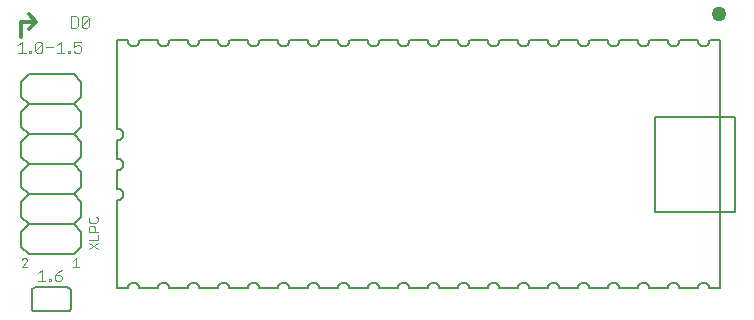
<source format=gto>
G75*
%MOIN*%
%OFA0B0*%
%FSLAX24Y24*%
%IPPOS*%
%LPD*%
%AMOC8*
5,1,8,0,0,1.08239X$1,22.5*
%
%ADD10C,0.0030*%
%ADD11C,0.0120*%
%ADD12C,0.0060*%
%ADD13C,0.0500*%
%ADD14C,0.0050*%
%ADD15C,0.0040*%
D10*
X000695Y002265D02*
X000888Y002458D01*
X000888Y002507D01*
X000840Y002555D01*
X000743Y002555D01*
X000695Y002507D01*
X000695Y002265D02*
X000888Y002265D01*
X002400Y002265D02*
X002594Y002265D01*
X002497Y002265D02*
X002497Y002555D01*
X002400Y002458D01*
X002945Y002856D02*
X003235Y003049D01*
X003235Y003150D02*
X003235Y003344D01*
X003235Y003445D02*
X002945Y003445D01*
X002945Y003590D01*
X002993Y003638D01*
X003090Y003638D01*
X003138Y003590D01*
X003138Y003445D01*
X003187Y003740D02*
X003235Y003788D01*
X003235Y003885D01*
X003187Y003933D01*
X002993Y003933D02*
X002945Y003885D01*
X002945Y003788D01*
X002993Y003740D01*
X003187Y003740D01*
X003235Y003150D02*
X002945Y003150D01*
X002945Y003049D02*
X003235Y002856D01*
X002617Y009402D02*
X002493Y009402D01*
X002432Y009464D01*
X002309Y009464D02*
X002309Y009402D01*
X002247Y009402D01*
X002247Y009464D01*
X002309Y009464D01*
X002432Y009588D02*
X002555Y009649D01*
X002617Y009649D01*
X002679Y009588D01*
X002679Y009464D01*
X002617Y009402D01*
X002432Y009588D02*
X002432Y009773D01*
X002679Y009773D01*
X002003Y009773D02*
X002003Y009402D01*
X002126Y009402D02*
X001879Y009402D01*
X001758Y009588D02*
X001511Y009588D01*
X001389Y009711D02*
X001389Y009464D01*
X001328Y009402D01*
X001204Y009402D01*
X001143Y009464D01*
X001389Y009711D01*
X001328Y009773D01*
X001204Y009773D01*
X001143Y009711D01*
X001143Y009464D01*
X001020Y009464D02*
X001020Y009402D01*
X000958Y009402D01*
X000958Y009464D01*
X001020Y009464D01*
X000837Y009402D02*
X000590Y009402D01*
X000713Y009402D02*
X000713Y009773D01*
X000590Y009649D01*
X001879Y009649D02*
X002003Y009773D01*
X002327Y010245D02*
X002512Y010245D01*
X002574Y010307D01*
X002574Y010554D01*
X002512Y010615D01*
X002327Y010615D01*
X002327Y010245D01*
X002695Y010307D02*
X002942Y010554D01*
X002942Y010307D01*
X002880Y010245D01*
X002757Y010245D01*
X002695Y010307D01*
X002695Y010554D01*
X002757Y010615D01*
X002880Y010615D01*
X002942Y010554D01*
D11*
X001180Y010430D02*
X000930Y010180D01*
X000680Y009930D02*
X000680Y010430D01*
X001180Y010430D01*
X000930Y010680D01*
D12*
X001130Y000780D02*
X002230Y000780D01*
X002247Y000782D01*
X002264Y000786D01*
X002280Y000793D01*
X002294Y000803D01*
X002307Y000816D01*
X002317Y000830D01*
X002324Y000846D01*
X002328Y000863D01*
X002330Y000880D01*
X002330Y001480D01*
X002328Y001497D01*
X002324Y001514D01*
X002317Y001530D01*
X002307Y001544D01*
X002294Y001557D01*
X002280Y001567D01*
X002264Y001574D01*
X002247Y001578D01*
X002230Y001580D01*
X001130Y001580D01*
X001113Y001578D01*
X001096Y001574D01*
X001080Y001567D01*
X001066Y001557D01*
X001053Y001544D01*
X001043Y001530D01*
X001036Y001514D01*
X001032Y001497D01*
X001030Y001480D01*
X001030Y000880D01*
X001032Y000863D01*
X001036Y000846D01*
X001043Y000830D01*
X001053Y000816D01*
X001066Y000803D01*
X001080Y000793D01*
X001096Y000786D01*
X001113Y000782D01*
X001130Y000780D01*
X003891Y001546D02*
X003891Y004483D01*
X003891Y004877D02*
X003891Y005483D01*
X003891Y005877D02*
X003891Y006483D01*
X003891Y006877D02*
X003891Y009814D01*
X004233Y009814D01*
X004627Y009814D02*
X005233Y009814D01*
X005627Y009814D02*
X006233Y009814D01*
X006627Y009814D02*
X007233Y009814D01*
X007627Y009814D02*
X008233Y009814D01*
X008627Y009814D02*
X009233Y009814D01*
X009627Y009814D02*
X010233Y009814D01*
X010627Y009814D02*
X011233Y009814D01*
X011627Y009814D02*
X012233Y009814D01*
X012627Y009814D02*
X013233Y009814D01*
X013627Y009814D02*
X014233Y009814D01*
X014627Y009814D02*
X015233Y009814D01*
X015627Y009814D02*
X016233Y009814D01*
X016627Y009814D02*
X017233Y009814D01*
X017627Y009814D02*
X018233Y009814D01*
X018627Y009814D02*
X019233Y009814D01*
X019627Y009814D02*
X020233Y009814D01*
X020627Y009814D02*
X021233Y009814D01*
X021627Y009814D02*
X022233Y009814D01*
X022627Y009814D02*
X023233Y009814D01*
X023627Y009814D02*
X023969Y009814D01*
X023969Y001546D01*
X023627Y001546D01*
X023233Y001546D02*
X022627Y001546D01*
X022233Y001546D02*
X021627Y001546D01*
X021233Y001546D02*
X020627Y001546D01*
X020233Y001546D02*
X019627Y001546D01*
X019233Y001546D02*
X018627Y001546D01*
X018233Y001546D02*
X017627Y001546D01*
X017233Y001546D02*
X016627Y001546D01*
X016233Y001546D02*
X015627Y001546D01*
X015233Y001546D02*
X014627Y001546D01*
X014233Y001546D02*
X013627Y001546D01*
X013233Y001546D02*
X012627Y001546D01*
X012233Y001546D02*
X011627Y001546D01*
X011233Y001546D02*
X010627Y001546D01*
X010233Y001546D02*
X009627Y001546D01*
X009233Y001546D02*
X008627Y001546D01*
X008233Y001546D02*
X007627Y001546D01*
X007233Y001546D02*
X006627Y001546D01*
X006233Y001546D02*
X005627Y001546D01*
X005233Y001546D02*
X004627Y001546D01*
X004233Y001546D02*
X003891Y001546D01*
X002680Y002930D02*
X002430Y002680D01*
X000930Y002680D01*
X000680Y002930D01*
X000680Y003430D01*
X000930Y003680D01*
X002430Y003680D01*
X002680Y003930D01*
X002680Y004430D01*
X002430Y004680D01*
X000930Y004680D01*
X000680Y004930D01*
X000680Y005430D01*
X000930Y005680D01*
X002430Y005680D01*
X002680Y005930D01*
X002680Y006430D01*
X002430Y006680D01*
X000930Y006680D01*
X000680Y006930D01*
X000680Y007430D01*
X000930Y007680D01*
X000680Y007930D01*
X000680Y008430D01*
X000930Y008680D01*
X002430Y008680D01*
X002680Y008430D01*
X002680Y007930D01*
X002430Y007680D01*
X000930Y007680D01*
X002430Y007680D02*
X002680Y007430D01*
X002680Y006930D01*
X002430Y006680D01*
X000930Y006680D02*
X000680Y006430D01*
X000680Y005930D01*
X000930Y005680D01*
X002430Y005680D02*
X002680Y005430D01*
X002680Y004930D01*
X002430Y004680D01*
X000930Y004680D02*
X000680Y004430D01*
X000680Y003930D01*
X000930Y003680D01*
X002430Y003680D02*
X002680Y003430D01*
X002680Y002930D01*
D13*
X023930Y010680D03*
D14*
X023627Y009814D02*
X023625Y009787D01*
X023620Y009761D01*
X023611Y009736D01*
X023598Y009712D01*
X023583Y009690D01*
X023564Y009670D01*
X023544Y009653D01*
X023521Y009639D01*
X023496Y009628D01*
X023470Y009621D01*
X023443Y009617D01*
X023417Y009617D01*
X023390Y009621D01*
X023364Y009628D01*
X023339Y009639D01*
X023316Y009653D01*
X023296Y009670D01*
X023277Y009690D01*
X023262Y009712D01*
X023249Y009736D01*
X023240Y009761D01*
X023235Y009787D01*
X023233Y009814D01*
X022627Y009814D02*
X022625Y009787D01*
X022620Y009761D01*
X022611Y009736D01*
X022598Y009712D01*
X022583Y009690D01*
X022564Y009670D01*
X022544Y009653D01*
X022521Y009639D01*
X022496Y009628D01*
X022470Y009621D01*
X022443Y009617D01*
X022417Y009617D01*
X022390Y009621D01*
X022364Y009628D01*
X022339Y009639D01*
X022316Y009653D01*
X022296Y009670D01*
X022277Y009690D01*
X022262Y009712D01*
X022249Y009736D01*
X022240Y009761D01*
X022235Y009787D01*
X022233Y009814D01*
X021627Y009814D02*
X021625Y009787D01*
X021620Y009761D01*
X021611Y009736D01*
X021598Y009712D01*
X021583Y009690D01*
X021564Y009670D01*
X021544Y009653D01*
X021521Y009639D01*
X021496Y009628D01*
X021470Y009621D01*
X021443Y009617D01*
X021417Y009617D01*
X021390Y009621D01*
X021364Y009628D01*
X021339Y009639D01*
X021316Y009653D01*
X021296Y009670D01*
X021277Y009690D01*
X021262Y009712D01*
X021249Y009736D01*
X021240Y009761D01*
X021235Y009787D01*
X021233Y009814D01*
X020627Y009814D02*
X020625Y009787D01*
X020620Y009761D01*
X020611Y009736D01*
X020598Y009712D01*
X020583Y009690D01*
X020564Y009670D01*
X020544Y009653D01*
X020521Y009639D01*
X020496Y009628D01*
X020470Y009621D01*
X020443Y009617D01*
X020417Y009617D01*
X020390Y009621D01*
X020364Y009628D01*
X020339Y009639D01*
X020316Y009653D01*
X020296Y009670D01*
X020277Y009690D01*
X020262Y009712D01*
X020249Y009736D01*
X020240Y009761D01*
X020235Y009787D01*
X020233Y009814D01*
X019627Y009814D02*
X019625Y009787D01*
X019620Y009761D01*
X019611Y009736D01*
X019598Y009712D01*
X019583Y009690D01*
X019564Y009670D01*
X019544Y009653D01*
X019521Y009639D01*
X019496Y009628D01*
X019470Y009621D01*
X019443Y009617D01*
X019417Y009617D01*
X019390Y009621D01*
X019364Y009628D01*
X019339Y009639D01*
X019316Y009653D01*
X019296Y009670D01*
X019277Y009690D01*
X019262Y009712D01*
X019249Y009736D01*
X019240Y009761D01*
X019235Y009787D01*
X019233Y009814D01*
X018627Y009814D02*
X018625Y009787D01*
X018620Y009761D01*
X018611Y009736D01*
X018598Y009712D01*
X018583Y009690D01*
X018564Y009670D01*
X018544Y009653D01*
X018521Y009639D01*
X018496Y009628D01*
X018470Y009621D01*
X018443Y009617D01*
X018417Y009617D01*
X018390Y009621D01*
X018364Y009628D01*
X018339Y009639D01*
X018316Y009653D01*
X018296Y009670D01*
X018277Y009690D01*
X018262Y009712D01*
X018249Y009736D01*
X018240Y009761D01*
X018235Y009787D01*
X018233Y009814D01*
X017627Y009814D02*
X017625Y009787D01*
X017620Y009761D01*
X017611Y009736D01*
X017598Y009712D01*
X017583Y009690D01*
X017564Y009670D01*
X017544Y009653D01*
X017521Y009639D01*
X017496Y009628D01*
X017470Y009621D01*
X017443Y009617D01*
X017417Y009617D01*
X017390Y009621D01*
X017364Y009628D01*
X017339Y009639D01*
X017316Y009653D01*
X017296Y009670D01*
X017277Y009690D01*
X017262Y009712D01*
X017249Y009736D01*
X017240Y009761D01*
X017235Y009787D01*
X017233Y009814D01*
X016627Y009814D02*
X016625Y009787D01*
X016620Y009761D01*
X016611Y009736D01*
X016598Y009712D01*
X016583Y009690D01*
X016564Y009670D01*
X016544Y009653D01*
X016521Y009639D01*
X016496Y009628D01*
X016470Y009621D01*
X016443Y009617D01*
X016417Y009617D01*
X016390Y009621D01*
X016364Y009628D01*
X016339Y009639D01*
X016316Y009653D01*
X016296Y009670D01*
X016277Y009690D01*
X016262Y009712D01*
X016249Y009736D01*
X016240Y009761D01*
X016235Y009787D01*
X016233Y009814D01*
X015627Y009814D02*
X015625Y009787D01*
X015620Y009761D01*
X015611Y009736D01*
X015598Y009712D01*
X015583Y009690D01*
X015564Y009670D01*
X015544Y009653D01*
X015521Y009639D01*
X015496Y009628D01*
X015470Y009621D01*
X015443Y009617D01*
X015417Y009617D01*
X015390Y009621D01*
X015364Y009628D01*
X015339Y009639D01*
X015316Y009653D01*
X015296Y009670D01*
X015277Y009690D01*
X015262Y009712D01*
X015249Y009736D01*
X015240Y009761D01*
X015235Y009787D01*
X015233Y009814D01*
X014627Y009814D02*
X014625Y009787D01*
X014620Y009761D01*
X014611Y009736D01*
X014598Y009712D01*
X014583Y009690D01*
X014564Y009670D01*
X014544Y009653D01*
X014521Y009639D01*
X014496Y009628D01*
X014470Y009621D01*
X014443Y009617D01*
X014417Y009617D01*
X014390Y009621D01*
X014364Y009628D01*
X014339Y009639D01*
X014316Y009653D01*
X014296Y009670D01*
X014277Y009690D01*
X014262Y009712D01*
X014249Y009736D01*
X014240Y009761D01*
X014235Y009787D01*
X014233Y009814D01*
X013627Y009814D02*
X013625Y009787D01*
X013620Y009761D01*
X013611Y009736D01*
X013598Y009712D01*
X013583Y009690D01*
X013564Y009670D01*
X013544Y009653D01*
X013521Y009639D01*
X013496Y009628D01*
X013470Y009621D01*
X013443Y009617D01*
X013417Y009617D01*
X013390Y009621D01*
X013364Y009628D01*
X013339Y009639D01*
X013316Y009653D01*
X013296Y009670D01*
X013277Y009690D01*
X013262Y009712D01*
X013249Y009736D01*
X013240Y009761D01*
X013235Y009787D01*
X013233Y009814D01*
X012627Y009814D02*
X012625Y009787D01*
X012620Y009761D01*
X012611Y009736D01*
X012598Y009712D01*
X012583Y009690D01*
X012564Y009670D01*
X012544Y009653D01*
X012521Y009639D01*
X012496Y009628D01*
X012470Y009621D01*
X012443Y009617D01*
X012417Y009617D01*
X012390Y009621D01*
X012364Y009628D01*
X012339Y009639D01*
X012316Y009653D01*
X012296Y009670D01*
X012277Y009690D01*
X012262Y009712D01*
X012249Y009736D01*
X012240Y009761D01*
X012235Y009787D01*
X012233Y009814D01*
X011627Y009814D02*
X011625Y009787D01*
X011620Y009761D01*
X011611Y009736D01*
X011598Y009712D01*
X011583Y009690D01*
X011564Y009670D01*
X011544Y009653D01*
X011521Y009639D01*
X011496Y009628D01*
X011470Y009621D01*
X011443Y009617D01*
X011417Y009617D01*
X011390Y009621D01*
X011364Y009628D01*
X011339Y009639D01*
X011316Y009653D01*
X011296Y009670D01*
X011277Y009690D01*
X011262Y009712D01*
X011249Y009736D01*
X011240Y009761D01*
X011235Y009787D01*
X011233Y009814D01*
X010627Y009814D02*
X010625Y009787D01*
X010620Y009761D01*
X010611Y009736D01*
X010598Y009712D01*
X010583Y009690D01*
X010564Y009670D01*
X010544Y009653D01*
X010521Y009639D01*
X010496Y009628D01*
X010470Y009621D01*
X010443Y009617D01*
X010417Y009617D01*
X010390Y009621D01*
X010364Y009628D01*
X010339Y009639D01*
X010316Y009653D01*
X010296Y009670D01*
X010277Y009690D01*
X010262Y009712D01*
X010249Y009736D01*
X010240Y009761D01*
X010235Y009787D01*
X010233Y009814D01*
X009627Y009814D02*
X009625Y009787D01*
X009620Y009761D01*
X009611Y009736D01*
X009598Y009712D01*
X009583Y009690D01*
X009564Y009670D01*
X009544Y009653D01*
X009521Y009639D01*
X009496Y009628D01*
X009470Y009621D01*
X009443Y009617D01*
X009417Y009617D01*
X009390Y009621D01*
X009364Y009628D01*
X009339Y009639D01*
X009316Y009653D01*
X009296Y009670D01*
X009277Y009690D01*
X009262Y009712D01*
X009249Y009736D01*
X009240Y009761D01*
X009235Y009787D01*
X009233Y009814D01*
X008627Y009814D02*
X008625Y009787D01*
X008620Y009761D01*
X008611Y009736D01*
X008598Y009712D01*
X008583Y009690D01*
X008564Y009670D01*
X008544Y009653D01*
X008521Y009639D01*
X008496Y009628D01*
X008470Y009621D01*
X008443Y009617D01*
X008417Y009617D01*
X008390Y009621D01*
X008364Y009628D01*
X008339Y009639D01*
X008316Y009653D01*
X008296Y009670D01*
X008277Y009690D01*
X008262Y009712D01*
X008249Y009736D01*
X008240Y009761D01*
X008235Y009787D01*
X008233Y009814D01*
X007627Y009814D02*
X007625Y009787D01*
X007620Y009761D01*
X007611Y009736D01*
X007598Y009712D01*
X007583Y009690D01*
X007564Y009670D01*
X007544Y009653D01*
X007521Y009639D01*
X007496Y009628D01*
X007470Y009621D01*
X007443Y009617D01*
X007417Y009617D01*
X007390Y009621D01*
X007364Y009628D01*
X007339Y009639D01*
X007316Y009653D01*
X007296Y009670D01*
X007277Y009690D01*
X007262Y009712D01*
X007249Y009736D01*
X007240Y009761D01*
X007235Y009787D01*
X007233Y009814D01*
X006627Y009814D02*
X006625Y009787D01*
X006620Y009761D01*
X006611Y009736D01*
X006598Y009712D01*
X006583Y009690D01*
X006564Y009670D01*
X006544Y009653D01*
X006521Y009639D01*
X006496Y009628D01*
X006470Y009621D01*
X006443Y009617D01*
X006417Y009617D01*
X006390Y009621D01*
X006364Y009628D01*
X006339Y009639D01*
X006316Y009653D01*
X006296Y009670D01*
X006277Y009690D01*
X006262Y009712D01*
X006249Y009736D01*
X006240Y009761D01*
X006235Y009787D01*
X006233Y009814D01*
X005627Y009814D02*
X005625Y009787D01*
X005620Y009761D01*
X005611Y009736D01*
X005598Y009712D01*
X005583Y009690D01*
X005564Y009670D01*
X005544Y009653D01*
X005521Y009639D01*
X005496Y009628D01*
X005470Y009621D01*
X005443Y009617D01*
X005417Y009617D01*
X005390Y009621D01*
X005364Y009628D01*
X005339Y009639D01*
X005316Y009653D01*
X005296Y009670D01*
X005277Y009690D01*
X005262Y009712D01*
X005249Y009736D01*
X005240Y009761D01*
X005235Y009787D01*
X005233Y009814D01*
X004627Y009814D02*
X004625Y009787D01*
X004620Y009761D01*
X004611Y009736D01*
X004598Y009712D01*
X004583Y009690D01*
X004564Y009670D01*
X004544Y009653D01*
X004521Y009639D01*
X004496Y009628D01*
X004470Y009621D01*
X004443Y009617D01*
X004417Y009617D01*
X004390Y009621D01*
X004364Y009628D01*
X004339Y009639D01*
X004316Y009653D01*
X004296Y009670D01*
X004277Y009690D01*
X004262Y009712D01*
X004249Y009736D01*
X004240Y009761D01*
X004235Y009787D01*
X004233Y009814D01*
X003891Y006877D02*
X003918Y006875D01*
X003944Y006870D01*
X003969Y006861D01*
X003993Y006848D01*
X004015Y006833D01*
X004035Y006814D01*
X004052Y006794D01*
X004066Y006771D01*
X004077Y006746D01*
X004084Y006720D01*
X004088Y006693D01*
X004088Y006667D01*
X004084Y006640D01*
X004077Y006614D01*
X004066Y006589D01*
X004052Y006566D01*
X004035Y006546D01*
X004015Y006527D01*
X003993Y006512D01*
X003969Y006499D01*
X003944Y006490D01*
X003918Y006485D01*
X003891Y006483D01*
X003891Y005877D02*
X003918Y005875D01*
X003944Y005870D01*
X003969Y005861D01*
X003993Y005848D01*
X004015Y005833D01*
X004035Y005814D01*
X004052Y005794D01*
X004066Y005771D01*
X004077Y005746D01*
X004084Y005720D01*
X004088Y005693D01*
X004088Y005667D01*
X004084Y005640D01*
X004077Y005614D01*
X004066Y005589D01*
X004052Y005566D01*
X004035Y005546D01*
X004015Y005527D01*
X003993Y005512D01*
X003969Y005499D01*
X003944Y005490D01*
X003918Y005485D01*
X003891Y005483D01*
X003891Y004877D02*
X003918Y004875D01*
X003944Y004870D01*
X003969Y004861D01*
X003993Y004848D01*
X004015Y004833D01*
X004035Y004814D01*
X004052Y004794D01*
X004066Y004771D01*
X004077Y004746D01*
X004084Y004720D01*
X004088Y004693D01*
X004088Y004667D01*
X004084Y004640D01*
X004077Y004614D01*
X004066Y004589D01*
X004052Y004566D01*
X004035Y004546D01*
X004015Y004527D01*
X003993Y004512D01*
X003969Y004499D01*
X003944Y004490D01*
X003918Y004485D01*
X003891Y004483D01*
X004233Y001546D02*
X004235Y001573D01*
X004240Y001599D01*
X004249Y001624D01*
X004262Y001648D01*
X004277Y001670D01*
X004296Y001690D01*
X004316Y001707D01*
X004339Y001721D01*
X004364Y001732D01*
X004390Y001739D01*
X004417Y001743D01*
X004443Y001743D01*
X004470Y001739D01*
X004496Y001732D01*
X004521Y001721D01*
X004544Y001707D01*
X004564Y001690D01*
X004583Y001670D01*
X004598Y001648D01*
X004611Y001624D01*
X004620Y001599D01*
X004625Y001573D01*
X004627Y001546D01*
X005233Y001546D02*
X005235Y001573D01*
X005240Y001599D01*
X005249Y001624D01*
X005262Y001648D01*
X005277Y001670D01*
X005296Y001690D01*
X005316Y001707D01*
X005339Y001721D01*
X005364Y001732D01*
X005390Y001739D01*
X005417Y001743D01*
X005443Y001743D01*
X005470Y001739D01*
X005496Y001732D01*
X005521Y001721D01*
X005544Y001707D01*
X005564Y001690D01*
X005583Y001670D01*
X005598Y001648D01*
X005611Y001624D01*
X005620Y001599D01*
X005625Y001573D01*
X005627Y001546D01*
X006233Y001546D02*
X006235Y001573D01*
X006240Y001599D01*
X006249Y001624D01*
X006262Y001648D01*
X006277Y001670D01*
X006296Y001690D01*
X006316Y001707D01*
X006339Y001721D01*
X006364Y001732D01*
X006390Y001739D01*
X006417Y001743D01*
X006443Y001743D01*
X006470Y001739D01*
X006496Y001732D01*
X006521Y001721D01*
X006544Y001707D01*
X006564Y001690D01*
X006583Y001670D01*
X006598Y001648D01*
X006611Y001624D01*
X006620Y001599D01*
X006625Y001573D01*
X006627Y001546D01*
X007233Y001546D02*
X007235Y001573D01*
X007240Y001599D01*
X007249Y001624D01*
X007262Y001648D01*
X007277Y001670D01*
X007296Y001690D01*
X007316Y001707D01*
X007339Y001721D01*
X007364Y001732D01*
X007390Y001739D01*
X007417Y001743D01*
X007443Y001743D01*
X007470Y001739D01*
X007496Y001732D01*
X007521Y001721D01*
X007544Y001707D01*
X007564Y001690D01*
X007583Y001670D01*
X007598Y001648D01*
X007611Y001624D01*
X007620Y001599D01*
X007625Y001573D01*
X007627Y001546D01*
X008233Y001546D02*
X008235Y001573D01*
X008240Y001599D01*
X008249Y001624D01*
X008262Y001648D01*
X008277Y001670D01*
X008296Y001690D01*
X008316Y001707D01*
X008339Y001721D01*
X008364Y001732D01*
X008390Y001739D01*
X008417Y001743D01*
X008443Y001743D01*
X008470Y001739D01*
X008496Y001732D01*
X008521Y001721D01*
X008544Y001707D01*
X008564Y001690D01*
X008583Y001670D01*
X008598Y001648D01*
X008611Y001624D01*
X008620Y001599D01*
X008625Y001573D01*
X008627Y001546D01*
X009233Y001546D02*
X009235Y001573D01*
X009240Y001599D01*
X009249Y001624D01*
X009262Y001648D01*
X009277Y001670D01*
X009296Y001690D01*
X009316Y001707D01*
X009339Y001721D01*
X009364Y001732D01*
X009390Y001739D01*
X009417Y001743D01*
X009443Y001743D01*
X009470Y001739D01*
X009496Y001732D01*
X009521Y001721D01*
X009544Y001707D01*
X009564Y001690D01*
X009583Y001670D01*
X009598Y001648D01*
X009611Y001624D01*
X009620Y001599D01*
X009625Y001573D01*
X009627Y001546D01*
X010233Y001546D02*
X010235Y001573D01*
X010240Y001599D01*
X010249Y001624D01*
X010262Y001648D01*
X010277Y001670D01*
X010296Y001690D01*
X010316Y001707D01*
X010339Y001721D01*
X010364Y001732D01*
X010390Y001739D01*
X010417Y001743D01*
X010443Y001743D01*
X010470Y001739D01*
X010496Y001732D01*
X010521Y001721D01*
X010544Y001707D01*
X010564Y001690D01*
X010583Y001670D01*
X010598Y001648D01*
X010611Y001624D01*
X010620Y001599D01*
X010625Y001573D01*
X010627Y001546D01*
X011233Y001546D02*
X011235Y001573D01*
X011240Y001599D01*
X011249Y001624D01*
X011262Y001648D01*
X011277Y001670D01*
X011296Y001690D01*
X011316Y001707D01*
X011339Y001721D01*
X011364Y001732D01*
X011390Y001739D01*
X011417Y001743D01*
X011443Y001743D01*
X011470Y001739D01*
X011496Y001732D01*
X011521Y001721D01*
X011544Y001707D01*
X011564Y001690D01*
X011583Y001670D01*
X011598Y001648D01*
X011611Y001624D01*
X011620Y001599D01*
X011625Y001573D01*
X011627Y001546D01*
X012233Y001546D02*
X012235Y001573D01*
X012240Y001599D01*
X012249Y001624D01*
X012262Y001648D01*
X012277Y001670D01*
X012296Y001690D01*
X012316Y001707D01*
X012339Y001721D01*
X012364Y001732D01*
X012390Y001739D01*
X012417Y001743D01*
X012443Y001743D01*
X012470Y001739D01*
X012496Y001732D01*
X012521Y001721D01*
X012544Y001707D01*
X012564Y001690D01*
X012583Y001670D01*
X012598Y001648D01*
X012611Y001624D01*
X012620Y001599D01*
X012625Y001573D01*
X012627Y001546D01*
X013233Y001546D02*
X013235Y001573D01*
X013240Y001599D01*
X013249Y001624D01*
X013262Y001648D01*
X013277Y001670D01*
X013296Y001690D01*
X013316Y001707D01*
X013339Y001721D01*
X013364Y001732D01*
X013390Y001739D01*
X013417Y001743D01*
X013443Y001743D01*
X013470Y001739D01*
X013496Y001732D01*
X013521Y001721D01*
X013544Y001707D01*
X013564Y001690D01*
X013583Y001670D01*
X013598Y001648D01*
X013611Y001624D01*
X013620Y001599D01*
X013625Y001573D01*
X013627Y001546D01*
X014233Y001546D02*
X014235Y001573D01*
X014240Y001599D01*
X014249Y001624D01*
X014262Y001648D01*
X014277Y001670D01*
X014296Y001690D01*
X014316Y001707D01*
X014339Y001721D01*
X014364Y001732D01*
X014390Y001739D01*
X014417Y001743D01*
X014443Y001743D01*
X014470Y001739D01*
X014496Y001732D01*
X014521Y001721D01*
X014544Y001707D01*
X014564Y001690D01*
X014583Y001670D01*
X014598Y001648D01*
X014611Y001624D01*
X014620Y001599D01*
X014625Y001573D01*
X014627Y001546D01*
X015233Y001546D02*
X015235Y001573D01*
X015240Y001599D01*
X015249Y001624D01*
X015262Y001648D01*
X015277Y001670D01*
X015296Y001690D01*
X015316Y001707D01*
X015339Y001721D01*
X015364Y001732D01*
X015390Y001739D01*
X015417Y001743D01*
X015443Y001743D01*
X015470Y001739D01*
X015496Y001732D01*
X015521Y001721D01*
X015544Y001707D01*
X015564Y001690D01*
X015583Y001670D01*
X015598Y001648D01*
X015611Y001624D01*
X015620Y001599D01*
X015625Y001573D01*
X015627Y001546D01*
X016233Y001546D02*
X016235Y001573D01*
X016240Y001599D01*
X016249Y001624D01*
X016262Y001648D01*
X016277Y001670D01*
X016296Y001690D01*
X016316Y001707D01*
X016339Y001721D01*
X016364Y001732D01*
X016390Y001739D01*
X016417Y001743D01*
X016443Y001743D01*
X016470Y001739D01*
X016496Y001732D01*
X016521Y001721D01*
X016544Y001707D01*
X016564Y001690D01*
X016583Y001670D01*
X016598Y001648D01*
X016611Y001624D01*
X016620Y001599D01*
X016625Y001573D01*
X016627Y001546D01*
X017233Y001546D02*
X017235Y001573D01*
X017240Y001599D01*
X017249Y001624D01*
X017262Y001648D01*
X017277Y001670D01*
X017296Y001690D01*
X017316Y001707D01*
X017339Y001721D01*
X017364Y001732D01*
X017390Y001739D01*
X017417Y001743D01*
X017443Y001743D01*
X017470Y001739D01*
X017496Y001732D01*
X017521Y001721D01*
X017544Y001707D01*
X017564Y001690D01*
X017583Y001670D01*
X017598Y001648D01*
X017611Y001624D01*
X017620Y001599D01*
X017625Y001573D01*
X017627Y001546D01*
X018233Y001546D02*
X018235Y001573D01*
X018240Y001599D01*
X018249Y001624D01*
X018262Y001648D01*
X018277Y001670D01*
X018296Y001690D01*
X018316Y001707D01*
X018339Y001721D01*
X018364Y001732D01*
X018390Y001739D01*
X018417Y001743D01*
X018443Y001743D01*
X018470Y001739D01*
X018496Y001732D01*
X018521Y001721D01*
X018544Y001707D01*
X018564Y001690D01*
X018583Y001670D01*
X018598Y001648D01*
X018611Y001624D01*
X018620Y001599D01*
X018625Y001573D01*
X018627Y001546D01*
X019233Y001546D02*
X019235Y001573D01*
X019240Y001599D01*
X019249Y001624D01*
X019262Y001648D01*
X019277Y001670D01*
X019296Y001690D01*
X019316Y001707D01*
X019339Y001721D01*
X019364Y001732D01*
X019390Y001739D01*
X019417Y001743D01*
X019443Y001743D01*
X019470Y001739D01*
X019496Y001732D01*
X019521Y001721D01*
X019544Y001707D01*
X019564Y001690D01*
X019583Y001670D01*
X019598Y001648D01*
X019611Y001624D01*
X019620Y001599D01*
X019625Y001573D01*
X019627Y001546D01*
X020233Y001546D02*
X020235Y001573D01*
X020240Y001599D01*
X020249Y001624D01*
X020262Y001648D01*
X020277Y001670D01*
X020296Y001690D01*
X020316Y001707D01*
X020339Y001721D01*
X020364Y001732D01*
X020390Y001739D01*
X020417Y001743D01*
X020443Y001743D01*
X020470Y001739D01*
X020496Y001732D01*
X020521Y001721D01*
X020544Y001707D01*
X020564Y001690D01*
X020583Y001670D01*
X020598Y001648D01*
X020611Y001624D01*
X020620Y001599D01*
X020625Y001573D01*
X020627Y001546D01*
X021233Y001546D02*
X021235Y001573D01*
X021240Y001599D01*
X021249Y001624D01*
X021262Y001648D01*
X021277Y001670D01*
X021296Y001690D01*
X021316Y001707D01*
X021339Y001721D01*
X021364Y001732D01*
X021390Y001739D01*
X021417Y001743D01*
X021443Y001743D01*
X021470Y001739D01*
X021496Y001732D01*
X021521Y001721D01*
X021544Y001707D01*
X021564Y001690D01*
X021583Y001670D01*
X021598Y001648D01*
X021611Y001624D01*
X021620Y001599D01*
X021625Y001573D01*
X021627Y001546D01*
X022233Y001546D02*
X022235Y001573D01*
X022240Y001599D01*
X022249Y001624D01*
X022262Y001648D01*
X022277Y001670D01*
X022296Y001690D01*
X022316Y001707D01*
X022339Y001721D01*
X022364Y001732D01*
X022390Y001739D01*
X022417Y001743D01*
X022443Y001743D01*
X022470Y001739D01*
X022496Y001732D01*
X022521Y001721D01*
X022544Y001707D01*
X022564Y001690D01*
X022583Y001670D01*
X022598Y001648D01*
X022611Y001624D01*
X022620Y001599D01*
X022625Y001573D01*
X022627Y001546D01*
X023233Y001546D02*
X023235Y001573D01*
X023240Y001599D01*
X023249Y001624D01*
X023262Y001648D01*
X023277Y001670D01*
X023296Y001690D01*
X023316Y001707D01*
X023339Y001721D01*
X023364Y001732D01*
X023390Y001739D01*
X023417Y001743D01*
X023443Y001743D01*
X023470Y001739D01*
X023496Y001732D01*
X023521Y001721D01*
X023544Y001707D01*
X023564Y001690D01*
X023583Y001670D01*
X023598Y001648D01*
X023611Y001624D01*
X023620Y001599D01*
X023625Y001573D01*
X023627Y001546D01*
X024481Y004105D02*
X021804Y004105D01*
X021804Y007255D01*
X024481Y007255D01*
X024481Y004105D01*
D15*
X002038Y002171D02*
X001918Y002111D01*
X001798Y001991D01*
X001978Y001991D01*
X002038Y001931D01*
X002038Y001871D01*
X001978Y001811D01*
X001858Y001811D01*
X001798Y001871D01*
X001798Y001991D01*
X001674Y001871D02*
X001674Y001811D01*
X001614Y001811D01*
X001614Y001871D01*
X001674Y001871D01*
X001486Y001811D02*
X001246Y001811D01*
X001366Y001811D02*
X001366Y002171D01*
X001246Y002051D01*
M02*

</source>
